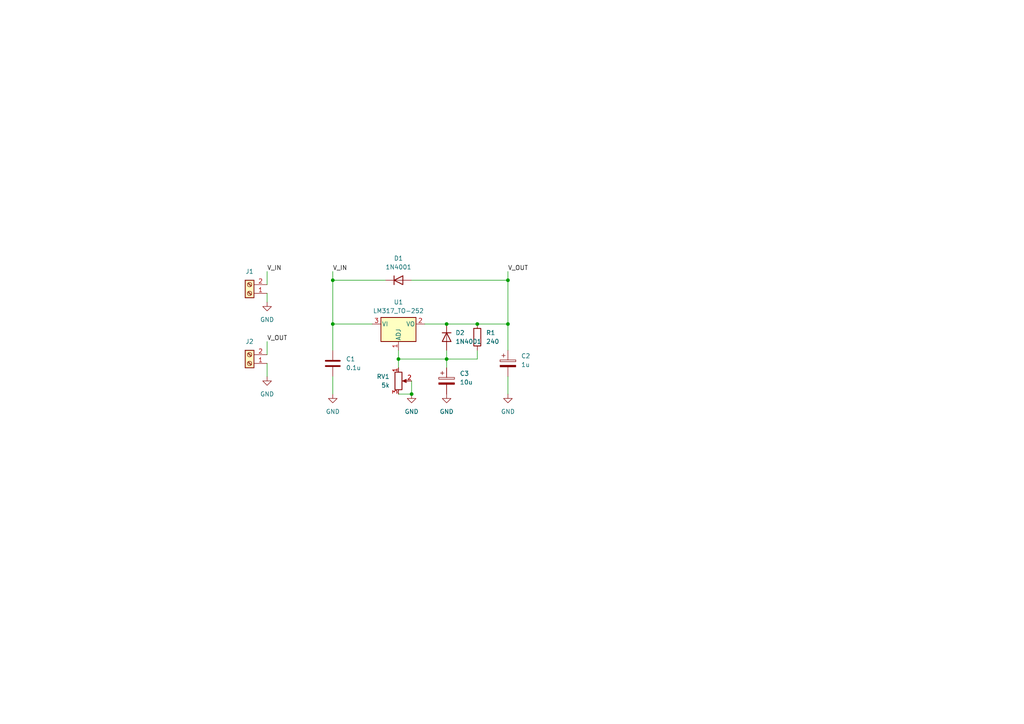
<source format=kicad_sch>
(kicad_sch (version 20230121) (generator eeschema)
  (paper "A4")
  (title_block (title "Circuito Regulador") (date "2024-02-19") (rev "V2") (comment 1 "por: Alejandro Alonso Puig"))
  (lib_symbols
    (symbol "Connector:Screw_Terminal_01x02" (pin_names (offset 1.016) hide)
      (property "Reference" "J" (at 0 2.54 0))
      (property "Value" "Screw_Terminal_01x02" (at 0 -5.08 0))
      (symbol "Screw_Terminal_01x02_1_1"
        (rectangle (start -1.27 1.27) (end 1.27 -3.81) (stroke (width 0.254)) (fill (type background)))
        (circle (center 0 -2.54) (radius 0.635) (stroke (width 0.1524)))
        (polyline (pts (xy -0.5334 -2.2098) (xy 0.3302 -3.048)) (stroke (width 0.1524)))
        (polyline (pts (xy -0.5334 0.3302) (xy 0.3302 -0.508)) (stroke (width 0.1524)))
        (polyline (pts (xy -0.3556 -2.032) (xy 0.508 -2.8702)) (stroke (width 0.1524)))
        (polyline (pts (xy -0.3556 0.508) (xy 0.508 -0.3302)) (stroke (width 0.1524)))
        (circle (center 0 0) (radius 0.635) (stroke (width 0.1524)))
        (pin passive line (at -5.08 0 0) (length 3.81) (name "Pin_1") (number "1"))
        (pin passive line (at -5.08 -2.54 0) (length 3.81) (name "Pin_2") (number "2"))
      )
    )
    (symbol "Device:C" (pin_numbers hide) (pin_names (offset 0.254))
      (property "Reference" "C" (at 0.635 2.54 0))
      (property "Value" "C" (at 0.635 -2.54 0))
      (symbol "C_0_1"
        (polyline (pts (xy -2.032 -0.762) (xy 2.032 -0.762)) (stroke (width 0.508)))
        (polyline (pts (xy -2.032 0.762) (xy 2.032 0.762)) (stroke (width 0.508)))
      )
      (symbol "C_1_1"
        (pin passive line (at 0 3.81 270) (length 2.794) (name "~") (number "1"))
        (pin passive line (at 0 -3.81 90) (length 2.794) (name "~") (number "2"))
      )
    )
    (symbol "Device:C_Polarized" (pin_numbers hide) (pin_names (offset 0.254))
      (property "Reference" "C" (at 0.635 2.54 0))
      (property "Value" "C_Polarized" (at 0.635 -2.54 0))
      (symbol "C_Polarized_0_1"
        (rectangle (start -2.286 0.508) (end 2.286 1.016))
        (polyline (pts (xy -1.778 2.286) (xy -0.762 2.286)))
        (polyline (pts (xy -1.27 2.794) (xy -1.27 1.778)))
        (rectangle (start 2.286 -0.508) (end -2.286 -1.016) (fill (type outline)))
      )
      (symbol "C_Polarized_1_1"
        (pin passive line (at 0 3.81 270) (length 2.794) (name "~") (number "1"))
        (pin passive line (at 0 -3.81 90) (length 2.794) (name "~") (number "2"))
      )
    )
    (symbol "Device:D" (pin_numbers hide) (pin_names (offset 1.016) hide)
      (property "Reference" "D" (at 0 2.54 0))
      (property "Value" "D" (at 0 -2.54 0))
      (symbol "D_0_1"
        (polyline (pts (xy -1.27 1.27) (xy -1.27 -1.27)) (stroke (width 0.254)))
        (polyline (pts (xy 1.27 0) (xy -1.27 0)))
        (polyline (pts (xy 1.27 1.27) (xy 1.27 -1.27) (xy -1.27 0) (xy 1.27 1.27)) (stroke (width 0.254)))
      )
      (symbol "D_1_1"
        (pin passive line (at -3.81 0 0) (length 2.54) (name "K") (number "1"))
        (pin passive line (at 3.81 0 180) (length 2.54) (name "A") (number "2"))
      )
    )
    (symbol "Device:R" (pin_numbers hide) (pin_names (offset 0))
      (property "Reference" "R" (at 2.032 0 90))
      (property "Value" "R" (at 0 0 90))
      (symbol "R_0_1"
        (rectangle (start -1.016 -2.54) (end 1.016 2.54) (stroke (width 0.254)))
      )
      (symbol "R_1_1"
        (pin passive line (at 0 3.81 270) (length 1.27) (name "~") (number "1"))
        (pin passive line (at 0 -3.81 90) (length 1.27) (name "~") (number "2"))
      )
    )
    (symbol "Device:R_Potentiometer" (pin_names (offset 1.016) hide)
      (property "Reference" "RV" (at -4.445 0 90))
      (property "Value" "R_Potentiometer" (at -2.54 0 90))
      (symbol "R_Potentiometer_0_1"
        (polyline (pts (xy 2.54 0) (xy 1.524 0)))
        (polyline (pts (xy 1.143 0) (xy 2.286 0.508) (xy 2.286 -0.508) (xy 1.143 0)) (fill (type outline)))
        (rectangle (start 1.016 2.54) (end -1.016 -2.54) (stroke (width 0.254)))
      )
      (symbol "R_Potentiometer_1_1"
        (pin passive line (at 0 3.81 270) (length 1.27) (name "1") (number "1"))
        (pin passive line (at 3.81 0 180) (length 1.27) (name "2") (number "2"))
        (pin passive line (at 0 -3.81 90) (length 1.27) (name "3") (number "3"))
      )
    )
    (symbol "Regulator_Linear:LM317_TO-252" (pin_names (offset 0.254))
      (property "Reference" "U" (at -3.81 3.175 0))
      (property "Value" "LM317_TO-252" (at 0 3.175 0))
      (symbol "LM317_TO-252_0_1"
        (rectangle (start -5.08 1.905) (end 5.08 -5.08) (stroke (width 0.254)) (fill (type background)))
      )
      (symbol "LM317_TO-252_1_1"
        (pin input line (at 0 -7.62 90) (length 2.54) (name "ADJ") (number "1"))
        (pin power_out line (at 7.62 0 180) (length 2.54) (name "VO") (number "2"))
        (pin power_in line (at -7.62 0 0) (length 2.54) (name "VI") (number "3"))
      )
    )
    (symbol "power:GND" (power) (pin_names (offset 0))
      (property "Value" "GND" (at 0 -3.81 0))
      (symbol "GND_0_1"
        (polyline (pts (xy 0 0) (xy 0 -1.27) (xy 1.27 -1.27) (xy 0 -2.54) (xy -1.27 -1.27) (xy 0 -1.27)))
      )
      (symbol "GND_1_1"
        (pin power_in line (at 0 0 270) (length 0) hide (name "GND") (number "1"))
      )
    )
  )
  (junction (at 115.57 104.14))
  (junction (at 119.38 114.3))
  (junction (at 96.52 93.98))
  (junction (at 96.52 81.28))
  (junction (at 147.32 81.28))
  (junction (at 147.32 93.98))
  (junction (at 129.54 93.98))
  (junction (at 138.43 93.98))
  (junction (at 129.54 104.14))
  (wire (pts (xy 115.57 101.6) (xy 115.57 104.14)))
  (wire (pts (xy 147.32 93.98) (xy 147.32 101.6)))
  (wire (pts (xy 129.54 93.98) (xy 138.43 93.98)))
  (wire (pts (xy 147.32 109.22) (xy 147.32 114.3)))
  (wire (pts (xy 129.54 101.6) (xy 129.54 104.14)))
  (wire (pts (xy 119.38 110.49) (xy 119.38 114.3)))
  (wire (pts (xy 115.57 104.14) (xy 115.57 106.68)))
  (wire (pts (xy 77.47 105.41) (xy 77.47 109.22)))
  (wire (pts (xy 129.54 104.14) (xy 129.54 106.68)))
  (wire (pts (xy 138.43 101.6) (xy 138.43 104.14)))
  (wire (pts (xy 119.38 81.28) (xy 147.32 81.28)))
  (wire (pts (xy 123.19 93.98) (xy 129.54 93.98)))
  (wire (pts (xy 96.52 81.28) (xy 96.52 93.98)))
  (wire (pts (xy 138.43 93.98) (xy 147.32 93.98)))
  (wire (pts (xy 96.52 78.74) (xy 96.52 81.28)))
  (wire (pts (xy 107.95 93.98) (xy 96.52 93.98)))
  (wire (pts (xy 147.32 81.28) (xy 147.32 93.98)))
  (wire (pts (xy 77.47 85.09) (xy 77.47 87.63)))
  (wire (pts (xy 147.32 78.74) (xy 147.32 81.28)))
  (wire (pts (xy 96.52 93.98) (xy 96.52 101.6)))
  (wire (pts (xy 96.52 109.22) (xy 96.52 114.3)))
  (wire (pts (xy 115.57 114.3) (xy 119.38 114.3)))
  (wire (pts (xy 77.47 78.74) (xy 77.47 82.55)))
  (wire (pts (xy 77.47 99.06) (xy 77.47 102.87)))
  (wire (pts (xy 138.43 104.14) (xy 129.54 104.14)))
  (wire (pts (xy 115.57 104.14) (xy 129.54 104.14)))
  (wire (pts (xy 111.76 81.28) (xy 96.52 81.28)))
  (label "V_OUT" (at 147.32 78.74 0))
  (label "V_IN" (at 96.52 78.74 0))
  (label "V_IN" (at 77.47 78.74 0))
  (label "V_OUT" (at 77.47 99.06 0))
  (symbol (lib_id "Device:C_Polarized") (at 129.54 110.49 0) (unit 1)
    (property "Reference" "C3" (at 133.35 108.331 0) (effects (justify left)))
    (property "Value" "10u" (at 133.35 110.871 0) (effects (justify left)))
    (property "Footprint" "Capacitor_SMD:CP_Elec_6.3x5.8" (effects hide))
  )
  (symbol (lib_id "Connector:Screw_Terminal_01x02") (at 72.39 85.09 180) (unit 1)
    (property "Reference" "J1" (at 72.39 78.74 0))
    (property "Value" "Screw_Terminal_01x02" (effects hide))
    (property "Footprint" "TerminalBlock_Phoenix:TerminalBlock_Phoenix_MKDS-1,5-2_1x02_P5.00mm_Horizontal" (effects hide))
  )
  (symbol (lib_id "Device:D") (at 129.54 97.79 270) (unit 1)
    (property "Reference" "D2" (at 132.08 96.52 90) (effects (justify left)))
    (property "Value" "1N4001" (at 132.08 99.06 90) (effects (justify left)))
    (property "Footprint" "Diode_SMD:D_SMA" (effects hide))
    (property "Sim.Device" "D" (effects hide))
    (property "Sim.Pins" "1=K 2=A" (effects hide))
  )
  (symbol (lib_id "power:GND") (at 119.38 114.3 0) (unit 1)
    (property "Reference" "#PWR01" (effects hide))
    (property "Value" "GND" (at 119.38 119.38 0))
  )
  (symbol (lib_id "power:GND") (at 77.47 87.63 0) (unit 1)
    (property "Reference" "#PWR02" (effects hide))
    (property "Value" "GND" (at 77.47 92.71 0))
  )
  (symbol (lib_id "Device:D") (at 115.57 81.28 0) (unit 1)
    (property "Reference" "D1" (at 115.57 74.93 0))
    (property "Value" "1N4001" (at 115.57 77.47 0))
    (property "Footprint" "Diode_SMD:D_SMA" (effects hide))
    (property "Sim.Device" "D" (effects hide))
    (property "Sim.Pins" "1=K 2=A" (effects hide))
  )
  (symbol (lib_id "power:GND") (at 129.54 114.3 0) (unit 1)
    (property "Reference" "#PWR05" (effects hide))
    (property "Value" "GND" (at 129.54 119.38 0))
  )
  (symbol (lib_id "Regulator_Linear:LM317_TO-252") (at 115.57 93.98 0) (unit 1)
    (property "Reference" "U1" (at 115.57 87.63 0))
    (property "Value" "LM317_TO-252" (at 115.57 90.17 0))
    (property "Footprint" "Package_TO_SOT_SMD:TO-252-2" (effects hide))
    (property "Datasheet" "http://www.ti.com/lit/ds/snvs774n/snvs774n.pdf" (effects hide))
  )
  (symbol (lib_id "Connector:Screw_Terminal_01x02") (at 72.39 105.41 180) (unit 1)
    (property "Reference" "J2" (at 72.39 99.06 0))
    (property "Value" "Screw_Terminal_01x02" (effects hide))
    (property "Footprint" "TerminalBlock_Phoenix:TerminalBlock_Phoenix_MKDS-1,5-2_1x02_P5.00mm_Horizontal" (effects hide))
  )
  (symbol (lib_id "power:GND") (at 77.47 109.22 0) (unit 1)
    (property "Reference" "#PWR03" (effects hide))
    (property "Value" "GND" (at 77.47 114.3 0))
  )
  (symbol (lib_id "Device:C") (at 96.52 105.41 0) (unit 1)
    (property "Reference" "C1" (at 100.33 104.14 0) (effects (justify left)))
    (property "Value" "0.1u" (at 100.33 106.68 0) (effects (justify left)))
    (property "Footprint" "Capacitor_SMD:C_0201_0603Metric" (effects hide))
  )
  (symbol (lib_id "Device:C_Polarized") (at 147.32 105.41 0) (unit 1)
    (property "Reference" "C2" (at 151.13 103.251 0) (effects (justify left)))
    (property "Value" "1u" (at 151.13 105.791 0) (effects (justify left)))
    (property "Footprint" "Capacitor_SMD:CP_Elec_6.3x5.8" (effects hide))
  )
  (symbol (lib_id "power:GND") (at 96.52 114.3 0) (unit 1)
    (property "Reference" "#PWR04" (effects hide))
    (property "Value" "GND" (at 96.52 119.38 0))
  )
  (symbol (lib_id "Device:R") (at 138.43 97.79 0) (unit 1)
    (property "Reference" "R1" (at 140.97 96.52 0) (effects (justify left)))
    (property "Value" "240" (at 140.97 99.06 0) (effects (justify left)))
    (property "Footprint" "Resistor_SMD:R_1206_3216Metric" (effects hide))
  )
  (symbol (lib_id "Device:R_Potentiometer") (at 115.57 110.49 0) (unit 1)
    (property "Reference" "RV1" (at 113.03 109.22 0) (effects (justify right)))
    (property "Value" "5k" (at 113.03 111.76 0) (effects (justify right)))
    (property "Footprint" "Potentiometer_THT:Potentiometer_Bourns_3296W_Vertical" (effects hide))
  )
  (symbol (lib_id "power:GND") (at 147.32 114.3 0) (unit 1)
    (property "Reference" "#PWR06" (effects hide))
    (property "Value" "GND" (at 147.32 119.38 0))
  )
)
</source>
